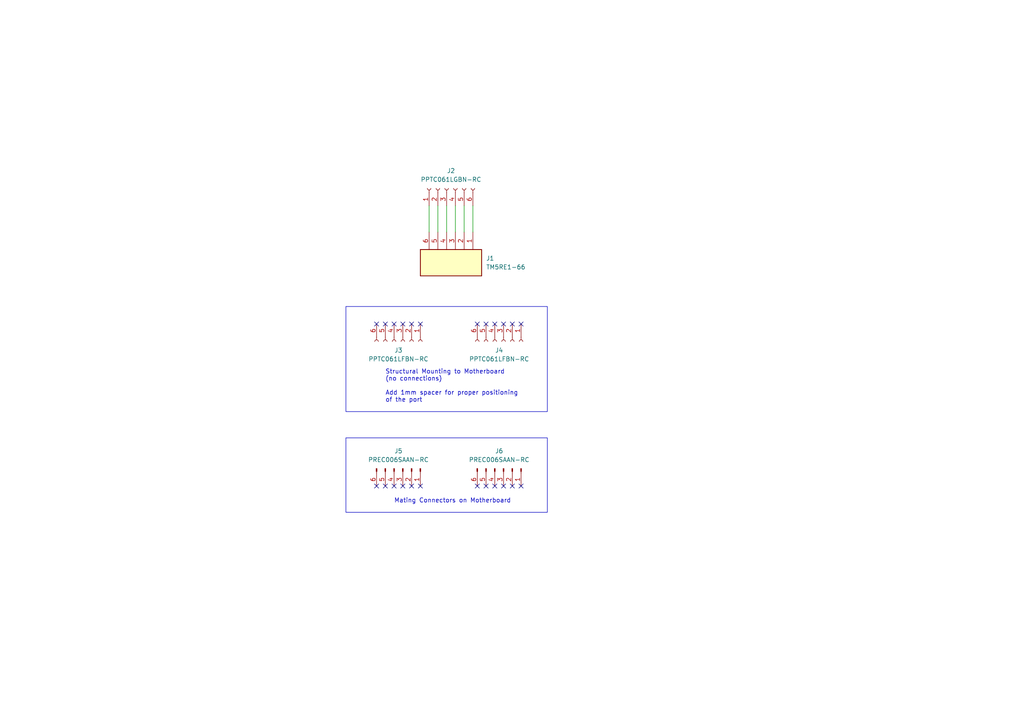
<source format=kicad_sch>
(kicad_sch (version 20230121) (generator eeschema)
  (paper "A4")
  (lib_symbols
    (symbol "Connector:Conn_01x06_Pin" (pin_names (offset 1.016) hide)
      (property "Reference" "J" (at 0 7.62 0))
      (property "Value" "Conn_01x06_Pin" (at 0 -10.16 0))
      (symbol "Conn_01x06_Pin_1_1"
        (polyline (pts (xy 1.27 -7.62) (xy 0.8636 -7.62)) (stroke (width 0.1524)))
        (polyline (pts (xy 1.27 -5.08) (xy 0.8636 -5.08)) (stroke (width 0.1524)))
        (polyline (pts (xy 1.27 -2.54) (xy 0.8636 -2.54)) (stroke (width 0.1524)))
        (polyline (pts (xy 1.27 0) (xy 0.8636 0)) (stroke (width 0.1524)))
        (polyline (pts (xy 1.27 2.54) (xy 0.8636 2.54)) (stroke (width 0.1524)))
        (polyline (pts (xy 1.27 5.08) (xy 0.8636 5.08)) (stroke (width 0.1524)))
        (rectangle (start 0.8636 -7.493) (end 0 -7.747) (stroke (width 0.1524)) (fill (type outline)))
        (rectangle (start 0.8636 -4.953) (end 0 -5.207) (stroke (width 0.1524)) (fill (type outline)))
        (rectangle (start 0.8636 -2.413) (end 0 -2.667) (stroke (width 0.1524)) (fill (type outline)))
        (rectangle (start 0.8636 0.127) (end 0 -0.127) (stroke (width 0.1524)) (fill (type outline)))
        (rectangle (start 0.8636 2.667) (end 0 2.413) (stroke (width 0.1524)) (fill (type outline)))
        (rectangle (start 0.8636 5.207) (end 0 4.953) (stroke (width 0.1524)) (fill (type outline)))
        (pin passive line (at 5.08 5.08 180) (length 3.81) (name "Pin_1") (number "1"))
        (pin passive line (at 5.08 2.54 180) (length 3.81) (name "Pin_2") (number "2"))
        (pin passive line (at 5.08 0 180) (length 3.81) (name "Pin_3") (number "3"))
        (pin passive line (at 5.08 -2.54 180) (length 3.81) (name "Pin_4") (number "4"))
        (pin passive line (at 5.08 -5.08 180) (length 3.81) (name "Pin_5") (number "5"))
        (pin passive line (at 5.08 -7.62 180) (length 3.81) (name "Pin_6") (number "6"))
      )
    )
    (symbol "Connector:Conn_01x06_Socket" (pin_names (offset 1.016) hide)
      (property "Reference" "J" (at 0 7.62 0))
      (property "Value" "Conn_01x06_Socket" (at 0 -10.16 0))
      (symbol "Conn_01x06_Socket_1_1"
        (arc (start 0 -7.112) (mid -0.5058 -7.62) (end 0 -8.128) (stroke (width 0.1524)))
        (arc (start 0 -4.572) (mid -0.5058 -5.08) (end 0 -5.588) (stroke (width 0.1524)))
        (arc (start 0 -2.032) (mid -0.5058 -2.54) (end 0 -3.048) (stroke (width 0.1524)))
        (polyline (pts (xy -1.27 -7.62) (xy -0.508 -7.62)) (stroke (width 0.1524)))
        (polyline (pts (xy -1.27 -5.08) (xy -0.508 -5.08)) (stroke (width 0.1524)))
        (polyline (pts (xy -1.27 -2.54) (xy -0.508 -2.54)) (stroke (width 0.1524)))
        (polyline (pts (xy -1.27 0) (xy -0.508 0)) (stroke (width 0.1524)))
        (polyline (pts (xy -1.27 2.54) (xy -0.508 2.54)) (stroke (width 0.1524)))
        (polyline (pts (xy -1.27 5.08) (xy -0.508 5.08)) (stroke (width 0.1524)))
        (arc (start 0 0.508) (mid -0.5058 0) (end 0 -0.508) (stroke (width 0.1524)))
        (arc (start 0 3.048) (mid -0.5058 2.54) (end 0 2.032) (stroke (width 0.1524)))
        (arc (start 0 5.588) (mid -0.5058 5.08) (end 0 4.572) (stroke (width 0.1524)))
        (pin passive line (at -5.08 5.08 0) (length 3.81) (name "Pin_1") (number "1"))
        (pin passive line (at -5.08 2.54 0) (length 3.81) (name "Pin_2") (number "2"))
        (pin passive line (at -5.08 0 0) (length 3.81) (name "Pin_3") (number "3"))
        (pin passive line (at -5.08 -2.54 0) (length 3.81) (name "Pin_4") (number "4"))
        (pin passive line (at -5.08 -5.08 0) (length 3.81) (name "Pin_5") (number "5"))
        (pin passive line (at -5.08 -7.62 0) (length 3.81) (name "Pin_6") (number "6"))
      )
    )
    (symbol "Project Symbols:TM5RE1-66" (pin_names (offset 0) hide)
      (property "Reference" "J" (at 5.08 10.16 0))
      (property "Value" "TM5RE1-66" (at 5.08 7.62 0))
      (symbol "TM5RE1-66_1_1"
        (rectangle (start -2.54 12.7) (end 15.24 5.08) (stroke (width 0.254)) (fill (type background)))
        (pin passive line (at 0 0 90) (length 5.08) (name "1") (number "1"))
        (pin passive line (at 2.54 0 90) (length 5.08) (name "2") (number "2"))
        (pin passive line (at 5.08 0 90) (length 5.08) (name "3") (number "3"))
        (pin passive line (at 7.62 0 90) (length 5.08) (name "4") (number "4"))
        (pin passive line (at 10.16 0 90) (length 5.08) (name "5") (number "5"))
        (pin passive line (at 12.7 0 90) (length 5.08) (name "6") (number "6"))
      )
    )
  )
  (no_connect (at 119.38 93.98))
  (no_connect (at 111.76 140.97))
  (no_connect (at 143.51 93.98))
  (no_connect (at 148.59 140.97))
  (no_connect (at 151.13 93.98))
  (no_connect (at 119.38 140.97))
  (no_connect (at 116.84 140.97))
  (no_connect (at 121.92 140.97))
  (no_connect (at 114.3 140.97))
  (no_connect (at 111.76 93.98))
  (no_connect (at 109.22 93.98))
  (no_connect (at 109.22 140.97))
  (no_connect (at 138.43 140.97))
  (no_connect (at 143.51 140.97))
  (no_connect (at 114.3 93.98))
  (no_connect (at 146.05 93.98))
  (no_connect (at 148.59 93.98))
  (no_connect (at 116.84 93.98))
  (no_connect (at 138.43 93.98))
  (no_connect (at 140.97 140.97))
  (no_connect (at 140.97 93.98))
  (no_connect (at 151.13 140.97))
  (no_connect (at 146.05 140.97))
  (no_connect (at 121.92 93.98))
  (wire (pts (xy 132.08 59.69) (xy 132.08 67.31)))
  (wire (pts (xy 134.62 59.69) (xy 134.62 67.31)))
  (wire (pts (xy 124.46 59.69) (xy 124.46 67.31)))
  (wire (pts (xy 127 59.69) (xy 127 67.31)))
  (wire (pts (xy 129.54 59.69) (xy 129.54 67.31)))
  (wire (pts (xy 137.16 59.69) (xy 137.16 67.31)))
  (rectangle (start 100.33 127) (end 158.75 148.59))
  (rectangle (start 100.33 88.9) (end 158.75 119.38))
  (text "Structural Mounting to Motherboard\n(no connections)\n\nAdd 1mm spacer for proper positioning\nof the port" (at 111.76 116.84 0) (effects (font (size 1.27 1.27)) (justify left bottom)))
  (text "Mating Connectors on Motherboard" (at 114.3 146.05 0) (effects (font (size 1.27 1.27)) (justify left bottom)))
  (symbol (lib_id "Project Symbols:TM5RE1-66") (at 137.16 67.31 180) (unit 1)
    (property "Reference" "J1" (at 140.97 74.93 0) (effects (justify right)))
    (property "Value" "TM5RE1-66" (at 140.97 77.47 0) (effects (justify right)))
    (property "Footprint" "Project Footprints:TM5RE1-66" (effects hide))
    (property "Datasheet" "https://www.hirose.com/en/product/document?clcode=CL0222-0541-4-20&productname=TM5RE1-66(20)&series=TM-DS&documenttype=2DDrawing&lang=en&documentid=0000881406" (effects hide))
    (property "Height" "14.5" (effects hide))
    (property "Manufacturer_Name" "Hirose Electric" (effects hide))
    (property "Manufacturer_Part_Number" "TM5RE1-66(20)" (effects hide))
  )
  (symbol (lib_id "Connector:Conn_01x06_Socket") (at 116.84 99.06 270) (unit 1)
    (property "Reference" "J3" (at 115.57 101.6 90))
    (property "Value" "PPTC061LFBN-RC" (at 115.57 104.14 90))
    (property "Footprint" "Project Footprints:RHDR6W80P0X254_1X6_1574X254X870P_1MM_SPACER" (effects hide))
    (property "Datasheet" "https://mm.digikey.com/Volume0/opasdata/d220001/medias/docus/937/Female_Headers.100_DS.pdf" (effects hide))
    (property "Manufacturer_Name" "Sullins Connector Solutions" (effects hide))
    (property "Manufacturer_Part_Number" "PPTC061LFBN-RC" (effects hide))
  )
  (symbol (lib_id "Connector:Conn_01x06_Socket") (at 146.05 99.06 270) (unit 1)
    (property "Reference" "J4" (at 144.78 101.6 90))
    (property "Value" "PPTC061LFBN-RC" (at 144.78 104.14 90))
    (property "Footprint" "Project Footprints:RHDR6W80P0X254_1X6_1574X254X870P_1MM_SPACER" (effects hide))
    (property "Datasheet" "https://mm.digikey.com/Volume0/opasdata/d220001/medias/docus/937/Female_Headers.100_DS.pdf" (effects hide))
    (property "Manufacturer_Name" "Sullins Connector Solutions" (effects hide))
    (property "Manufacturer_Part_Number" "PPTC061LFBN-RC" (effects hide))
  )
  (symbol (lib_id "Connector:Conn_01x06_Pin") (at 146.05 135.89 270) (unit 1) (on_board no)
    (property "Reference" "J6" (at 144.78 130.81 90))
    (property "Value" "PREC006SAAN-RC" (at 144.78 133.35 90))
    (property "Datasheet" "https://mm.digikey.com/Volume0/opasdata/d220001/medias/docus/2585/z%20RzCzzzSzzN-RC%2C%20ST%2C11635-B.pdf" (effects hide))
    (property "Manufacturer_Name" "Sullins Connector Solutions" (effects hide))
    (property "Manufacturer_Part_Number" "PREC006SAAN-RC" (effects hide))
  )
  (symbol (lib_id "Connector:Conn_01x06_Socket") (at 129.54 54.61 90) (unit 1)
    (property "Reference" "J2" (at 130.81 49.53 90))
    (property "Value" "PPTC061LGBN-RC" (at 130.81 52.07 90))
    (property "Footprint" "Connector_PinSocket_2.54mm:PinSocket_1x06_P2.54mm_Horizontal" (effects hide))
    (property "Datasheet" "https://mm.digikey.com/Volume0/opasdata/d220001/medias/docus/937/Female_Headers.100_DS.pdf" (effects hide))
    (property "Manufacturer_Name" "Sullins Connector Solutions" (effects hide))
    (property "Manufacturer_Part_Number" "PPTC061LGBN-RC" (effects hide))
  )
  (symbol (lib_id "Connector:Conn_01x06_Pin") (at 116.84 135.89 270) (unit 1) (on_board no)
    (property "Reference" "J5" (at 115.57 130.81 90))
    (property "Value" "PREC006SAAN-RC" (at 115.57 133.35 90))
    (property "Datasheet" "https://mm.digikey.com/Volume0/opasdata/d220001/medias/docus/2585/z%20RzCzzzSzzN-RC%2C%20ST%2C11635-B.pdf" (effects hide))
    (property "Manufacturer_Name" "Sullins Connector Solutions" (effects hide))
    (property "Manufacturer_Part_Number" "PREC006SAAN-RC" (effects hide))
  )
)
</source>
